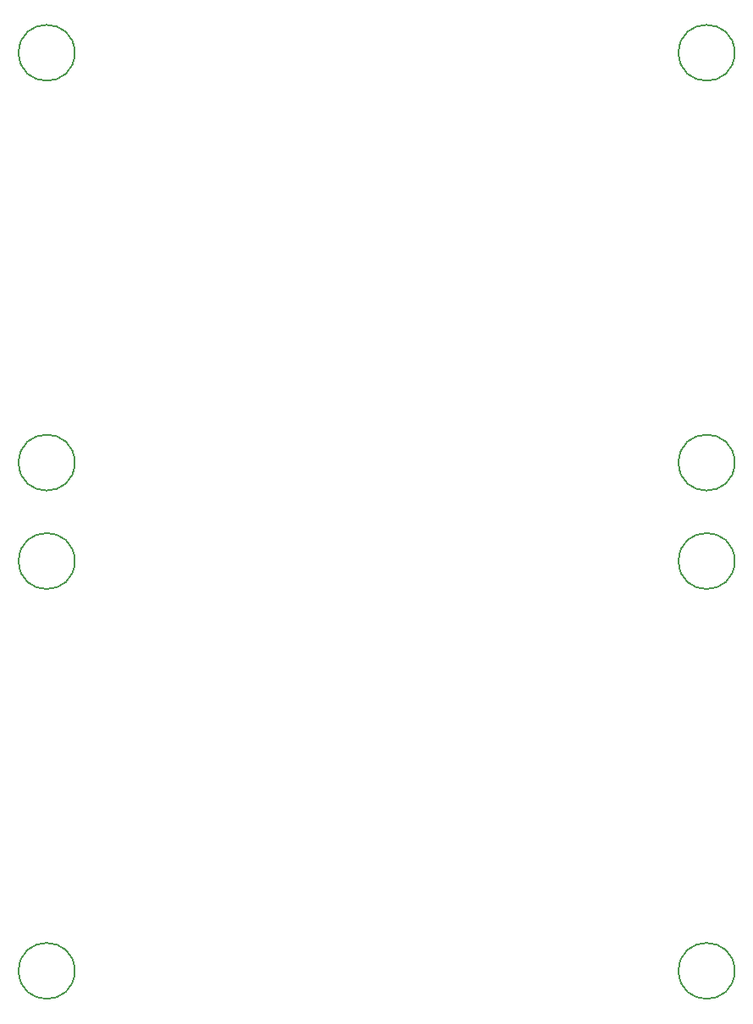
<source format=gbr>
%TF.GenerationSoftware,KiCad,Pcbnew,7.0.8*%
%TF.CreationDate,2024-02-13T15:10:35+09:00*%
%TF.ProjectId,446_CAN_Robomaster_newpanelize,3434365f-4341-44e5-9f52-6f626f6d6173,rev?*%
%TF.SameCoordinates,Original*%
%TF.FileFunction,Other,Comment*%
%FSLAX46Y46*%
G04 Gerber Fmt 4.6, Leading zero omitted, Abs format (unit mm)*
G04 Created by KiCad (PCBNEW 7.0.8) date 2024-02-13 15:10:35*
%MOMM*%
%LPD*%
G01*
G04 APERTURE LIST*
%ADD10C,0.150000*%
G04 APERTURE END LIST*
D10*
%TO.C,H1*%
X5975000Y-54025000D02*
G75*
G03*
X5975000Y-54025000I-2800000J0D01*
G01*
X5975000Y-3175000D02*
G75*
G03*
X5975000Y-3175000I-2800000J0D01*
G01*
%TO.C,H2*%
X5975000Y-95025000D02*
G75*
G03*
X5975000Y-95025000I-2800000J0D01*
G01*
%TO.C,H4*%
X72015000Y-3175000D02*
G75*
G03*
X72015000Y-3175000I-2800000J0D01*
G01*
%TO.C,H2*%
X5975000Y-44175000D02*
G75*
G03*
X5975000Y-44175000I-2800000J0D01*
G01*
%TO.C,H4*%
X72015000Y-54025000D02*
G75*
G03*
X72015000Y-54025000I-2800000J0D01*
G01*
%TO.C,H3*%
X72015000Y-95025000D02*
G75*
G03*
X72015000Y-95025000I-2800000J0D01*
G01*
X72015000Y-44175000D02*
G75*
G03*
X72015000Y-44175000I-2800000J0D01*
G01*
%TD*%
M02*

</source>
